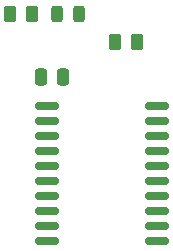
<source format=gbr>
%TF.GenerationSoftware,KiCad,Pcbnew,8.0.0*%
%TF.CreationDate,2024-03-30T13:04:04-05:00*%
%TF.ProjectId,PIC_DEV_Board,5049435f-4445-4565-9f42-6f6172642e6b,rev?*%
%TF.SameCoordinates,Original*%
%TF.FileFunction,Paste,Top*%
%TF.FilePolarity,Positive*%
%FSLAX46Y46*%
G04 Gerber Fmt 4.6, Leading zero omitted, Abs format (unit mm)*
G04 Created by KiCad (PCBNEW 8.0.0) date 2024-03-30 13:04:04*
%MOMM*%
%LPD*%
G01*
G04 APERTURE LIST*
G04 Aperture macros list*
%AMRoundRect*
0 Rectangle with rounded corners*
0 $1 Rounding radius*
0 $2 $3 $4 $5 $6 $7 $8 $9 X,Y pos of 4 corners*
0 Add a 4 corners polygon primitive as box body*
4,1,4,$2,$3,$4,$5,$6,$7,$8,$9,$2,$3,0*
0 Add four circle primitives for the rounded corners*
1,1,$1+$1,$2,$3*
1,1,$1+$1,$4,$5*
1,1,$1+$1,$6,$7*
1,1,$1+$1,$8,$9*
0 Add four rect primitives between the rounded corners*
20,1,$1+$1,$2,$3,$4,$5,0*
20,1,$1+$1,$4,$5,$6,$7,0*
20,1,$1+$1,$6,$7,$8,$9,0*
20,1,$1+$1,$8,$9,$2,$3,0*%
G04 Aperture macros list end*
%ADD10RoundRect,0.243750X0.243750X0.456250X-0.243750X0.456250X-0.243750X-0.456250X0.243750X-0.456250X0*%
%ADD11RoundRect,0.250000X-0.262500X-0.450000X0.262500X-0.450000X0.262500X0.450000X-0.262500X0.450000X0*%
%ADD12RoundRect,0.250000X0.250000X0.475000X-0.250000X0.475000X-0.250000X-0.475000X0.250000X-0.475000X0*%
%ADD13RoundRect,0.150000X-0.875000X-0.150000X0.875000X-0.150000X0.875000X0.150000X-0.875000X0.150000X0*%
G04 APERTURE END LIST*
D10*
%TO.C,D1*%
X145900000Y-89200000D03*
X144025000Y-89200000D03*
%TD*%
D11*
%TO.C,R2*%
X140100000Y-89200000D03*
X141925000Y-89200000D03*
%TD*%
D12*
%TO.C,C1*%
X144600000Y-94500000D03*
X142700000Y-94500000D03*
%TD*%
D13*
%TO.C,U1*%
X143200000Y-97000000D03*
X143200000Y-98270000D03*
X143200000Y-99540000D03*
X143200000Y-100810000D03*
X143200000Y-102080000D03*
X143200000Y-103350000D03*
X143200000Y-104620000D03*
X143200000Y-105890000D03*
X143200000Y-107160000D03*
X143200000Y-108430000D03*
X152500000Y-108430000D03*
X152500000Y-107160000D03*
X152500000Y-105890000D03*
X152500000Y-104620000D03*
X152500000Y-103350000D03*
X152500000Y-102080000D03*
X152500000Y-100810000D03*
X152500000Y-99540000D03*
X152500000Y-98270000D03*
X152500000Y-97000000D03*
%TD*%
D11*
%TO.C,R1*%
X149000000Y-91500000D03*
X150825000Y-91500000D03*
%TD*%
M02*

</source>
